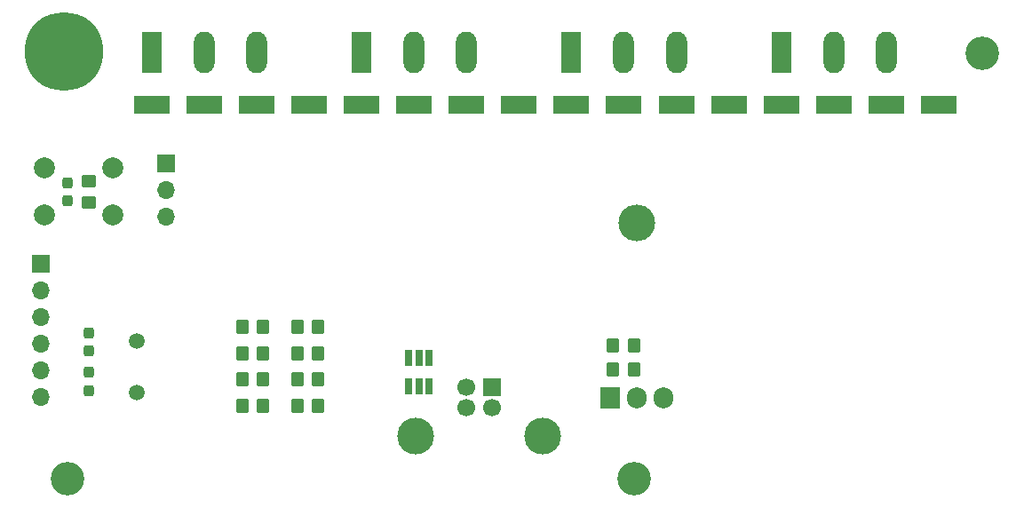
<source format=gbs>
G04 #@! TF.GenerationSoftware,KiCad,Pcbnew,(6.0.1)*
G04 #@! TF.CreationDate,2022-08-11T12:27:20+02:00*
G04 #@! TF.ProjectId,DMX,444d582e-6b69-4636-9164-5f7063625858,rev?*
G04 #@! TF.SameCoordinates,Original*
G04 #@! TF.FileFunction,Soldermask,Bot*
G04 #@! TF.FilePolarity,Negative*
%FSLAX46Y46*%
G04 Gerber Fmt 4.6, Leading zero omitted, Abs format (unit mm)*
G04 Created by KiCad (PCBNEW (6.0.1)) date 2022-08-11 12:27:20*
%MOMM*%
%LPD*%
G01*
G04 APERTURE LIST*
G04 Aperture macros list*
%AMRoundRect*
0 Rectangle with rounded corners*
0 $1 Rounding radius*
0 $2 $3 $4 $5 $6 $7 $8 $9 X,Y pos of 4 corners*
0 Add a 4 corners polygon primitive as box body*
4,1,4,$2,$3,$4,$5,$6,$7,$8,$9,$2,$3,0*
0 Add four circle primitives for the rounded corners*
1,1,$1+$1,$2,$3*
1,1,$1+$1,$4,$5*
1,1,$1+$1,$6,$7*
1,1,$1+$1,$8,$9*
0 Add four rect primitives between the rounded corners*
20,1,$1+$1,$2,$3,$4,$5,0*
20,1,$1+$1,$4,$5,$6,$7,0*
20,1,$1+$1,$6,$7,$8,$9,0*
20,1,$1+$1,$8,$9,$2,$3,0*%
G04 Aperture macros list end*
%ADD10R,1.980000X3.960000*%
%ADD11O,1.980000X3.960000*%
%ADD12R,1.700000X1.700000*%
%ADD13O,1.700000X1.700000*%
%ADD14C,3.200000*%
%ADD15C,1.700000*%
%ADD16C,3.500000*%
%ADD17C,2.000000*%
%ADD18C,1.500000*%
%ADD19O,3.500000X3.500000*%
%ADD20R,1.905000X2.000000*%
%ADD21O,1.905000X2.000000*%
%ADD22RoundRect,0.250000X-0.350000X-0.450000X0.350000X-0.450000X0.350000X0.450000X-0.350000X0.450000X0*%
%ADD23RoundRect,0.250000X-0.450000X0.350000X-0.450000X-0.350000X0.450000X-0.350000X0.450000X0.350000X0*%
%ADD24RoundRect,0.237500X0.237500X-0.300000X0.237500X0.300000X-0.237500X0.300000X-0.237500X-0.300000X0*%
%ADD25R,3.500000X1.800000*%
%ADD26RoundRect,0.237500X-0.237500X0.300000X-0.237500X-0.300000X0.237500X-0.300000X0.237500X0.300000X0*%
%ADD27C,7.500000*%
%ADD28R,0.650000X1.560000*%
G04 APERTURE END LIST*
D10*
X104800000Y-82500000D03*
D11*
X109800000Y-82500000D03*
X114800000Y-82500000D03*
D10*
X84800000Y-82500000D03*
D11*
X89800000Y-82500000D03*
X94800000Y-82500000D03*
D10*
X64800000Y-82500000D03*
D11*
X69800000Y-82500000D03*
X74800000Y-82500000D03*
D12*
X34200000Y-102650000D03*
D13*
X34200000Y-105190000D03*
X34200000Y-107730000D03*
X34200000Y-110270000D03*
X34200000Y-112810000D03*
X34200000Y-115350000D03*
D10*
X44800000Y-82500000D03*
D11*
X49800000Y-82500000D03*
X54800000Y-82500000D03*
D14*
X36800000Y-123200000D03*
D12*
X77250000Y-114422500D03*
D15*
X74750000Y-114422500D03*
X74750000Y-116422500D03*
X77250000Y-116422500D03*
D16*
X82020000Y-119132500D03*
X69980000Y-119132500D03*
D17*
X34550000Y-93550000D03*
X41050000Y-93550000D03*
X34550000Y-98050000D03*
X41050000Y-98050000D03*
D14*
X90800000Y-123200000D03*
D18*
X43400000Y-110050000D03*
X43400000Y-114950000D03*
D19*
X91000000Y-98770000D03*
D20*
X88460000Y-115430000D03*
D21*
X91000000Y-115430000D03*
X93540000Y-115430000D03*
D12*
X46200000Y-93075000D03*
D13*
X46200000Y-95615000D03*
X46200000Y-98155000D03*
D14*
X124000000Y-82600000D03*
D22*
X58650000Y-113700000D03*
X60650000Y-113700000D03*
X88750000Y-112725000D03*
X90750000Y-112725000D03*
X58650000Y-108700000D03*
X60650000Y-108700000D03*
X53400000Y-113700000D03*
X55400000Y-113700000D03*
D23*
X38830000Y-94800000D03*
X38830000Y-96800000D03*
D22*
X58650000Y-111200000D03*
X60650000Y-111200000D03*
D24*
X36800000Y-96662500D03*
X36800000Y-94937500D03*
D22*
X53400000Y-116200000D03*
X55400000Y-116200000D03*
D25*
X74800000Y-87500000D03*
X79800000Y-87500000D03*
D26*
X38800000Y-109262500D03*
X38800000Y-110987500D03*
D25*
X114800000Y-87500000D03*
X119800000Y-87500000D03*
X49800000Y-87500000D03*
X44800000Y-87500000D03*
D22*
X88750000Y-110475000D03*
X90750000Y-110475000D03*
D25*
X54800000Y-87500000D03*
X59800000Y-87500000D03*
X109800000Y-87500000D03*
X104800000Y-87500000D03*
D24*
X38800000Y-114737500D03*
X38800000Y-113012500D03*
D27*
X36400000Y-82400000D03*
D25*
X69800000Y-87500000D03*
X64800000Y-87500000D03*
D22*
X53400000Y-111200000D03*
X55400000Y-111200000D03*
X53400000Y-108700000D03*
X55400000Y-108700000D03*
D28*
X71200000Y-114350000D03*
X70250000Y-114350000D03*
X69300000Y-114350000D03*
X69300000Y-111650000D03*
X70250000Y-111650000D03*
X71200000Y-111650000D03*
D25*
X89800000Y-87500000D03*
X84800000Y-87500000D03*
D22*
X58650000Y-116200000D03*
X60650000Y-116200000D03*
D25*
X94800000Y-87500000D03*
X99800000Y-87500000D03*
M02*

</source>
